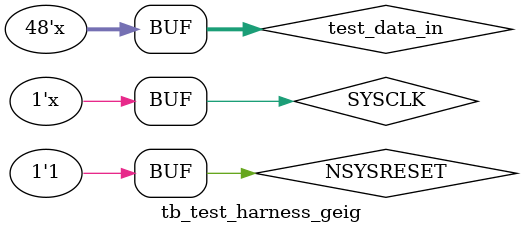
<source format=v>


`timescale 1ns/100ps

module tb_test_harness_geig;

parameter SYSCLK_PERIOD = 1000;// 1MHZ

reg SYSCLK;
reg NSYSRESET;
reg [47:0] test_data_in=10000;
initial
begin
    SYSCLK = 1'b0;
    NSYSRESET = 1'b0;
end

//////////////////////////////////////////////////////////////////////
// Reset Pulse
//////////////////////////////////////////////////////////////////////
initial
begin
    #(SYSCLK_PERIOD * 10 )
        NSYSRESET = 1'b1;
end


//////////////////////////////////////////////////////////////////////
// Clock Driver
//////////////////////////////////////////////////////////////////////
always @(SYSCLK)
    #(SYSCLK_PERIOD / 2.0) SYSCLK <= !SYSCLK;

always @(SYSCLK)
    #(SYSCLK_PERIOD*20) test_data_in <= test_data_in+1000;

wire d0o,d1o,d2o,d3o,d4o,d5o,d6o,d7o;

//////////////////////////////////////////////////////////////////////
// Instantiate Unit Under Test:  test_harness_geiger_stack
//////////////////////////////////////////////////////////////////////
test_harness_geiger_stack test_harness_geiger_stack_0 (
    // Inputs
    .CLK_1MHZ(SYSCLK),
    .TEST_DATA(test_data_in),

    // Outputs
    .D0( d0o),
    .D1( d1o),
    .D2( d2o),
    .D3( d3o),
    .D4( d4o),
    .D5( d5o),
    .D6( d6o),
    .D7( d7o)



);

endmodule


</source>
